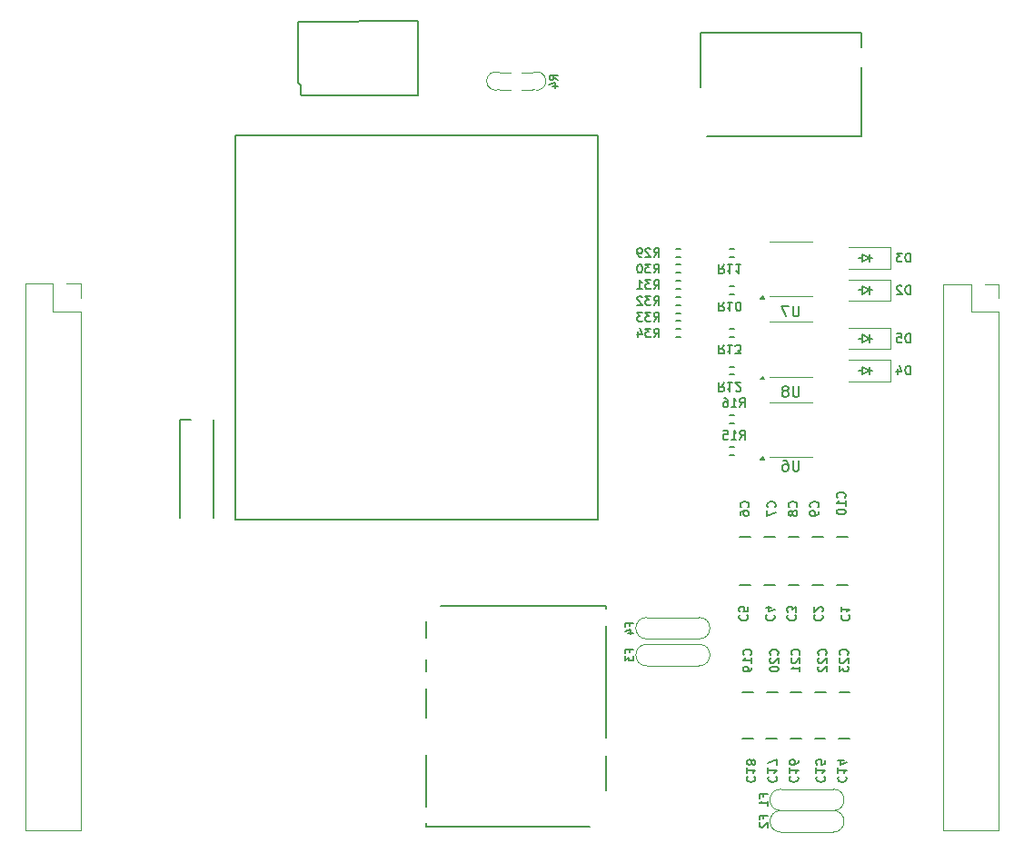
<source format=gbo>
G04 #@! TF.GenerationSoftware,KiCad,Pcbnew,8.0.7-8.0.7-0~ubuntu24.04.1*
G04 #@! TF.CreationDate,2025-01-02T17:27:40+00:00*
G04 #@! TF.ProjectId,stabildaytona,73746162-696c-4646-9179-746f6e612e6b,D*
G04 #@! TF.SameCoordinates,PX2faf080PY9896800*
G04 #@! TF.FileFunction,Legend,Bot*
G04 #@! TF.FilePolarity,Positive*
%FSLAX46Y46*%
G04 Gerber Fmt 4.6, Leading zero omitted, Abs format (unit mm)*
G04 Created by KiCad (PCBNEW 8.0.7-8.0.7-0~ubuntu24.04.1) date 2025-01-02 17:27:40*
%MOMM*%
%LPD*%
G01*
G04 APERTURE LIST*
%ADD10C,0.127000*%
%ADD11C,0.170000*%
%ADD12C,0.150000*%
%ADD13C,0.200000*%
%ADD14C,0.120000*%
%ADD15C,0.099060*%
%ADD16C,0.203200*%
G04 APERTURE END LIST*
D10*
X70946768Y5254000D02*
X70946768Y5508000D01*
X71345911Y5508000D02*
X70583911Y5508000D01*
X70583911Y5508000D02*
X70583911Y5145143D01*
X71345911Y4455714D02*
X71345911Y4891143D01*
X71345911Y4673428D02*
X70583911Y4673428D01*
X70583911Y4673428D02*
X70692768Y4746000D01*
X70692768Y4746000D02*
X70765340Y4818571D01*
X70765340Y4818571D02*
X70801626Y4891143D01*
X51750911Y72127000D02*
X51388054Y72381000D01*
X51750911Y72562429D02*
X50988911Y72562429D01*
X50988911Y72562429D02*
X50988911Y72272143D01*
X50988911Y72272143D02*
X51025197Y72199572D01*
X51025197Y72199572D02*
X51061483Y72163286D01*
X51061483Y72163286D02*
X51134054Y72127000D01*
X51134054Y72127000D02*
X51242911Y72127000D01*
X51242911Y72127000D02*
X51315483Y72163286D01*
X51315483Y72163286D02*
X51351768Y72199572D01*
X51351768Y72199572D02*
X51388054Y72272143D01*
X51388054Y72272143D02*
X51388054Y72562429D01*
X51242911Y71473857D02*
X51750911Y71473857D01*
X50952626Y71655286D02*
X51496911Y71836715D01*
X51496911Y71836715D02*
X51496911Y71365000D01*
X58446768Y21254000D02*
X58446768Y21508000D01*
X58845911Y21508000D02*
X58083911Y21508000D01*
X58083911Y21508000D02*
X58083911Y21145143D01*
X58337911Y20528285D02*
X58845911Y20528285D01*
X58047626Y20709714D02*
X58591911Y20891143D01*
X58591911Y20891143D02*
X58591911Y20419428D01*
X70946768Y3254000D02*
X70946768Y3508000D01*
X71345911Y3508000D02*
X70583911Y3508000D01*
X70583911Y3508000D02*
X70583911Y3145143D01*
X70656483Y2891143D02*
X70620197Y2854857D01*
X70620197Y2854857D02*
X70583911Y2782285D01*
X70583911Y2782285D02*
X70583911Y2600857D01*
X70583911Y2600857D02*
X70620197Y2528285D01*
X70620197Y2528285D02*
X70656483Y2492000D01*
X70656483Y2492000D02*
X70729054Y2455714D01*
X70729054Y2455714D02*
X70801626Y2455714D01*
X70801626Y2455714D02*
X70910483Y2492000D01*
X70910483Y2492000D02*
X71345911Y2927428D01*
X71345911Y2927428D02*
X71345911Y2455714D01*
X58446768Y18754000D02*
X58446768Y19008000D01*
X58845911Y19008000D02*
X58083911Y19008000D01*
X58083911Y19008000D02*
X58083911Y18645143D01*
X58083911Y18427428D02*
X58083911Y17955714D01*
X58083911Y17955714D02*
X58374197Y18209714D01*
X58374197Y18209714D02*
X58374197Y18100857D01*
X58374197Y18100857D02*
X58410483Y18028285D01*
X58410483Y18028285D02*
X58446768Y17992000D01*
X58446768Y17992000D02*
X58519340Y17955714D01*
X58519340Y17955714D02*
X58700768Y17955714D01*
X58700768Y17955714D02*
X58773340Y17992000D01*
X58773340Y17992000D02*
X58809626Y18028285D01*
X58809626Y18028285D02*
X58845911Y18100857D01*
X58845911Y18100857D02*
X58845911Y18318571D01*
X58845911Y18318571D02*
X58809626Y18391143D01*
X58809626Y18391143D02*
X58773340Y18427428D01*
D11*
X67275651Y43890809D02*
X67002318Y43500333D01*
X66807080Y43890809D02*
X66807080Y43070809D01*
X66807080Y43070809D02*
X67119461Y43070809D01*
X67119461Y43070809D02*
X67197556Y43109857D01*
X67197556Y43109857D02*
X67236603Y43148904D01*
X67236603Y43148904D02*
X67275651Y43227000D01*
X67275651Y43227000D02*
X67275651Y43344142D01*
X67275651Y43344142D02*
X67236603Y43422238D01*
X67236603Y43422238D02*
X67197556Y43461285D01*
X67197556Y43461285D02*
X67119461Y43500333D01*
X67119461Y43500333D02*
X66807080Y43500333D01*
X68056603Y43890809D02*
X67588032Y43890809D01*
X67822318Y43890809D02*
X67822318Y43070809D01*
X67822318Y43070809D02*
X67744222Y43187952D01*
X67744222Y43187952D02*
X67666127Y43266047D01*
X67666127Y43266047D02*
X67588032Y43305095D01*
X68368984Y43148904D02*
X68408032Y43109857D01*
X68408032Y43109857D02*
X68486127Y43070809D01*
X68486127Y43070809D02*
X68681365Y43070809D01*
X68681365Y43070809D02*
X68759460Y43109857D01*
X68759460Y43109857D02*
X68798508Y43148904D01*
X68798508Y43148904D02*
X68837555Y43227000D01*
X68837555Y43227000D02*
X68837555Y43305095D01*
X68837555Y43305095D02*
X68798508Y43422238D01*
X68798508Y43422238D02*
X68329936Y43890809D01*
X68329936Y43890809D02*
X68837555Y43890809D01*
X77947285Y7185651D02*
X77908238Y7146603D01*
X77908238Y7146603D02*
X77869190Y7029461D01*
X77869190Y7029461D02*
X77869190Y6951365D01*
X77869190Y6951365D02*
X77908238Y6834222D01*
X77908238Y6834222D02*
X77986333Y6756127D01*
X77986333Y6756127D02*
X78064428Y6717080D01*
X78064428Y6717080D02*
X78220618Y6678032D01*
X78220618Y6678032D02*
X78337761Y6678032D01*
X78337761Y6678032D02*
X78493952Y6717080D01*
X78493952Y6717080D02*
X78572047Y6756127D01*
X78572047Y6756127D02*
X78650142Y6834222D01*
X78650142Y6834222D02*
X78689190Y6951365D01*
X78689190Y6951365D02*
X78689190Y7029461D01*
X78689190Y7029461D02*
X78650142Y7146603D01*
X78650142Y7146603D02*
X78611095Y7185651D01*
X77869190Y7966603D02*
X77869190Y7498032D01*
X77869190Y7732318D02*
X78689190Y7732318D01*
X78689190Y7732318D02*
X78572047Y7654222D01*
X78572047Y7654222D02*
X78493952Y7576127D01*
X78493952Y7576127D02*
X78454904Y7498032D01*
X78415857Y8669460D02*
X77869190Y8669460D01*
X78728238Y8474222D02*
X78142523Y8278984D01*
X78142523Y8278984D02*
X78142523Y8786603D01*
X74262713Y18524349D02*
X74301761Y18563397D01*
X74301761Y18563397D02*
X74340808Y18680539D01*
X74340808Y18680539D02*
X74340808Y18758635D01*
X74340808Y18758635D02*
X74301761Y18875778D01*
X74301761Y18875778D02*
X74223665Y18953873D01*
X74223665Y18953873D02*
X74145570Y18992920D01*
X74145570Y18992920D02*
X73989380Y19031968D01*
X73989380Y19031968D02*
X73872237Y19031968D01*
X73872237Y19031968D02*
X73716046Y18992920D01*
X73716046Y18992920D02*
X73637951Y18953873D01*
X73637951Y18953873D02*
X73559856Y18875778D01*
X73559856Y18875778D02*
X73520808Y18758635D01*
X73520808Y18758635D02*
X73520808Y18680539D01*
X73520808Y18680539D02*
X73559856Y18563397D01*
X73559856Y18563397D02*
X73598903Y18524349D01*
X73598903Y18211968D02*
X73559856Y18172920D01*
X73559856Y18172920D02*
X73520808Y18094825D01*
X73520808Y18094825D02*
X73520808Y17899587D01*
X73520808Y17899587D02*
X73559856Y17821492D01*
X73559856Y17821492D02*
X73598903Y17782444D01*
X73598903Y17782444D02*
X73676999Y17743397D01*
X73676999Y17743397D02*
X73755094Y17743397D01*
X73755094Y17743397D02*
X73872237Y17782444D01*
X73872237Y17782444D02*
X74340808Y18251016D01*
X74340808Y18251016D02*
X74340808Y17743397D01*
X74340808Y16962445D02*
X74340808Y17431016D01*
X74340808Y17196730D02*
X73520808Y17196730D01*
X73520808Y17196730D02*
X73637951Y17274826D01*
X73637951Y17274826D02*
X73716046Y17352921D01*
X73716046Y17352921D02*
X73755094Y17431016D01*
X60724348Y49609192D02*
X60997681Y49999668D01*
X61192919Y49609192D02*
X61192919Y50429192D01*
X61192919Y50429192D02*
X60880538Y50429192D01*
X60880538Y50429192D02*
X60802443Y50390144D01*
X60802443Y50390144D02*
X60763396Y50351097D01*
X60763396Y50351097D02*
X60724348Y50273001D01*
X60724348Y50273001D02*
X60724348Y50155859D01*
X60724348Y50155859D02*
X60763396Y50077763D01*
X60763396Y50077763D02*
X60802443Y50038716D01*
X60802443Y50038716D02*
X60880538Y49999668D01*
X60880538Y49999668D02*
X61192919Y49999668D01*
X60451015Y50429192D02*
X59943396Y50429192D01*
X59943396Y50429192D02*
X60216729Y50116811D01*
X60216729Y50116811D02*
X60099586Y50116811D01*
X60099586Y50116811D02*
X60021491Y50077763D01*
X60021491Y50077763D02*
X59982443Y50038716D01*
X59982443Y50038716D02*
X59943396Y49960620D01*
X59943396Y49960620D02*
X59943396Y49765382D01*
X59943396Y49765382D02*
X59982443Y49687287D01*
X59982443Y49687287D02*
X60021491Y49648239D01*
X60021491Y49648239D02*
X60099586Y49609192D01*
X60099586Y49609192D02*
X60333872Y49609192D01*
X60333872Y49609192D02*
X60411967Y49648239D01*
X60411967Y49648239D02*
X60451015Y49687287D01*
X59670063Y50429192D02*
X59162444Y50429192D01*
X59162444Y50429192D02*
X59435777Y50116811D01*
X59435777Y50116811D02*
X59318634Y50116811D01*
X59318634Y50116811D02*
X59240539Y50077763D01*
X59240539Y50077763D02*
X59201491Y50038716D01*
X59201491Y50038716D02*
X59162444Y49960620D01*
X59162444Y49960620D02*
X59162444Y49765382D01*
X59162444Y49765382D02*
X59201491Y49687287D01*
X59201491Y49687287D02*
X59240539Y49648239D01*
X59240539Y49648239D02*
X59318634Y49609192D01*
X59318634Y49609192D02*
X59552920Y49609192D01*
X59552920Y49609192D02*
X59631015Y49648239D01*
X59631015Y49648239D02*
X59670063Y49687287D01*
X67275651Y51390809D02*
X67002318Y51000333D01*
X66807080Y51390809D02*
X66807080Y50570809D01*
X66807080Y50570809D02*
X67119461Y50570809D01*
X67119461Y50570809D02*
X67197556Y50609857D01*
X67197556Y50609857D02*
X67236603Y50648904D01*
X67236603Y50648904D02*
X67275651Y50727000D01*
X67275651Y50727000D02*
X67275651Y50844142D01*
X67275651Y50844142D02*
X67236603Y50922238D01*
X67236603Y50922238D02*
X67197556Y50961285D01*
X67197556Y50961285D02*
X67119461Y51000333D01*
X67119461Y51000333D02*
X66807080Y51000333D01*
X68056603Y51390809D02*
X67588032Y51390809D01*
X67822318Y51390809D02*
X67822318Y50570809D01*
X67822318Y50570809D02*
X67744222Y50687952D01*
X67744222Y50687952D02*
X67666127Y50766047D01*
X67666127Y50766047D02*
X67588032Y50805095D01*
X68564222Y50570809D02*
X68642317Y50570809D01*
X68642317Y50570809D02*
X68720413Y50609857D01*
X68720413Y50609857D02*
X68759460Y50648904D01*
X68759460Y50648904D02*
X68798508Y50727000D01*
X68798508Y50727000D02*
X68837555Y50883190D01*
X68837555Y50883190D02*
X68837555Y51078428D01*
X68837555Y51078428D02*
X68798508Y51234619D01*
X68798508Y51234619D02*
X68759460Y51312714D01*
X68759460Y51312714D02*
X68720413Y51351761D01*
X68720413Y51351761D02*
X68642317Y51390809D01*
X68642317Y51390809D02*
X68564222Y51390809D01*
X68564222Y51390809D02*
X68486127Y51351761D01*
X68486127Y51351761D02*
X68447079Y51312714D01*
X68447079Y51312714D02*
X68408032Y51234619D01*
X68408032Y51234619D02*
X68368984Y51078428D01*
X68368984Y51078428D02*
X68368984Y50883190D01*
X68368984Y50883190D02*
X68408032Y50727000D01*
X68408032Y50727000D02*
X68447079Y50648904D01*
X68447079Y50648904D02*
X68486127Y50609857D01*
X68486127Y50609857D02*
X68564222Y50570809D01*
X76762713Y18524349D02*
X76801761Y18563397D01*
X76801761Y18563397D02*
X76840808Y18680539D01*
X76840808Y18680539D02*
X76840808Y18758635D01*
X76840808Y18758635D02*
X76801761Y18875778D01*
X76801761Y18875778D02*
X76723665Y18953873D01*
X76723665Y18953873D02*
X76645570Y18992920D01*
X76645570Y18992920D02*
X76489380Y19031968D01*
X76489380Y19031968D02*
X76372237Y19031968D01*
X76372237Y19031968D02*
X76216046Y18992920D01*
X76216046Y18992920D02*
X76137951Y18953873D01*
X76137951Y18953873D02*
X76059856Y18875778D01*
X76059856Y18875778D02*
X76020808Y18758635D01*
X76020808Y18758635D02*
X76020808Y18680539D01*
X76020808Y18680539D02*
X76059856Y18563397D01*
X76059856Y18563397D02*
X76098903Y18524349D01*
X76098903Y18211968D02*
X76059856Y18172920D01*
X76059856Y18172920D02*
X76020808Y18094825D01*
X76020808Y18094825D02*
X76020808Y17899587D01*
X76020808Y17899587D02*
X76059856Y17821492D01*
X76059856Y17821492D02*
X76098903Y17782444D01*
X76098903Y17782444D02*
X76176999Y17743397D01*
X76176999Y17743397D02*
X76255094Y17743397D01*
X76255094Y17743397D02*
X76372237Y17782444D01*
X76372237Y17782444D02*
X76840808Y18251016D01*
X76840808Y18251016D02*
X76840808Y17743397D01*
X76098903Y17431016D02*
X76059856Y17391968D01*
X76059856Y17391968D02*
X76020808Y17313873D01*
X76020808Y17313873D02*
X76020808Y17118635D01*
X76020808Y17118635D02*
X76059856Y17040540D01*
X76059856Y17040540D02*
X76098903Y17001492D01*
X76098903Y17001492D02*
X76176999Y16962445D01*
X76176999Y16962445D02*
X76255094Y16962445D01*
X76255094Y16962445D02*
X76372237Y17001492D01*
X76372237Y17001492D02*
X76840808Y17470064D01*
X76840808Y17470064D02*
X76840808Y16962445D01*
X69512713Y32274349D02*
X69551761Y32313397D01*
X69551761Y32313397D02*
X69590808Y32430539D01*
X69590808Y32430539D02*
X69590808Y32508635D01*
X69590808Y32508635D02*
X69551761Y32625778D01*
X69551761Y32625778D02*
X69473665Y32703873D01*
X69473665Y32703873D02*
X69395570Y32742920D01*
X69395570Y32742920D02*
X69239380Y32781968D01*
X69239380Y32781968D02*
X69122237Y32781968D01*
X69122237Y32781968D02*
X68966046Y32742920D01*
X68966046Y32742920D02*
X68887951Y32703873D01*
X68887951Y32703873D02*
X68809856Y32625778D01*
X68809856Y32625778D02*
X68770808Y32508635D01*
X68770808Y32508635D02*
X68770808Y32430539D01*
X68770808Y32430539D02*
X68809856Y32313397D01*
X68809856Y32313397D02*
X68848903Y32274349D01*
X68770808Y31571492D02*
X68770808Y31727682D01*
X68770808Y31727682D02*
X68809856Y31805778D01*
X68809856Y31805778D02*
X68848903Y31844825D01*
X68848903Y31844825D02*
X68966046Y31922920D01*
X68966046Y31922920D02*
X69122237Y31961968D01*
X69122237Y31961968D02*
X69434618Y31961968D01*
X69434618Y31961968D02*
X69512713Y31922920D01*
X69512713Y31922920D02*
X69551761Y31883873D01*
X69551761Y31883873D02*
X69590808Y31805778D01*
X69590808Y31805778D02*
X69590808Y31649587D01*
X69590808Y31649587D02*
X69551761Y31571492D01*
X69551761Y31571492D02*
X69512713Y31532444D01*
X69512713Y31532444D02*
X69434618Y31493397D01*
X69434618Y31493397D02*
X69239380Y31493397D01*
X69239380Y31493397D02*
X69161284Y31532444D01*
X69161284Y31532444D02*
X69122237Y31571492D01*
X69122237Y31571492D02*
X69083189Y31649587D01*
X69083189Y31649587D02*
X69083189Y31805778D01*
X69083189Y31805778D02*
X69122237Y31883873D01*
X69122237Y31883873D02*
X69161284Y31922920D01*
X69161284Y31922920D02*
X69239380Y31961968D01*
X75947285Y7185651D02*
X75908238Y7146603D01*
X75908238Y7146603D02*
X75869190Y7029461D01*
X75869190Y7029461D02*
X75869190Y6951365D01*
X75869190Y6951365D02*
X75908238Y6834222D01*
X75908238Y6834222D02*
X75986333Y6756127D01*
X75986333Y6756127D02*
X76064428Y6717080D01*
X76064428Y6717080D02*
X76220618Y6678032D01*
X76220618Y6678032D02*
X76337761Y6678032D01*
X76337761Y6678032D02*
X76493952Y6717080D01*
X76493952Y6717080D02*
X76572047Y6756127D01*
X76572047Y6756127D02*
X76650142Y6834222D01*
X76650142Y6834222D02*
X76689190Y6951365D01*
X76689190Y6951365D02*
X76689190Y7029461D01*
X76689190Y7029461D02*
X76650142Y7146603D01*
X76650142Y7146603D02*
X76611095Y7185651D01*
X75869190Y7966603D02*
X75869190Y7498032D01*
X75869190Y7732318D02*
X76689190Y7732318D01*
X76689190Y7732318D02*
X76572047Y7654222D01*
X76572047Y7654222D02*
X76493952Y7576127D01*
X76493952Y7576127D02*
X76454904Y7498032D01*
X76689190Y8708508D02*
X76689190Y8318032D01*
X76689190Y8318032D02*
X76298714Y8278984D01*
X76298714Y8278984D02*
X76337761Y8318032D01*
X76337761Y8318032D02*
X76376809Y8396127D01*
X76376809Y8396127D02*
X76376809Y8591365D01*
X76376809Y8591365D02*
X76337761Y8669460D01*
X76337761Y8669460D02*
X76298714Y8708508D01*
X76298714Y8708508D02*
X76220618Y8747555D01*
X76220618Y8747555D02*
X76025380Y8747555D01*
X76025380Y8747555D02*
X75947285Y8708508D01*
X75947285Y8708508D02*
X75908238Y8669460D01*
X75908238Y8669460D02*
X75869190Y8591365D01*
X75869190Y8591365D02*
X75869190Y8396127D01*
X75869190Y8396127D02*
X75908238Y8318032D01*
X75908238Y8318032D02*
X75947285Y8278984D01*
X72262713Y18524349D02*
X72301761Y18563397D01*
X72301761Y18563397D02*
X72340808Y18680539D01*
X72340808Y18680539D02*
X72340808Y18758635D01*
X72340808Y18758635D02*
X72301761Y18875778D01*
X72301761Y18875778D02*
X72223665Y18953873D01*
X72223665Y18953873D02*
X72145570Y18992920D01*
X72145570Y18992920D02*
X71989380Y19031968D01*
X71989380Y19031968D02*
X71872237Y19031968D01*
X71872237Y19031968D02*
X71716046Y18992920D01*
X71716046Y18992920D02*
X71637951Y18953873D01*
X71637951Y18953873D02*
X71559856Y18875778D01*
X71559856Y18875778D02*
X71520808Y18758635D01*
X71520808Y18758635D02*
X71520808Y18680539D01*
X71520808Y18680539D02*
X71559856Y18563397D01*
X71559856Y18563397D02*
X71598903Y18524349D01*
X71598903Y18211968D02*
X71559856Y18172920D01*
X71559856Y18172920D02*
X71520808Y18094825D01*
X71520808Y18094825D02*
X71520808Y17899587D01*
X71520808Y17899587D02*
X71559856Y17821492D01*
X71559856Y17821492D02*
X71598903Y17782444D01*
X71598903Y17782444D02*
X71676999Y17743397D01*
X71676999Y17743397D02*
X71755094Y17743397D01*
X71755094Y17743397D02*
X71872237Y17782444D01*
X71872237Y17782444D02*
X72340808Y18251016D01*
X72340808Y18251016D02*
X72340808Y17743397D01*
X71520808Y17235778D02*
X71520808Y17157683D01*
X71520808Y17157683D02*
X71559856Y17079587D01*
X71559856Y17079587D02*
X71598903Y17040540D01*
X71598903Y17040540D02*
X71676999Y17001492D01*
X71676999Y17001492D02*
X71833189Y16962445D01*
X71833189Y16962445D02*
X72028427Y16962445D01*
X72028427Y16962445D02*
X72184618Y17001492D01*
X72184618Y17001492D02*
X72262713Y17040540D01*
X72262713Y17040540D02*
X72301761Y17079587D01*
X72301761Y17079587D02*
X72340808Y17157683D01*
X72340808Y17157683D02*
X72340808Y17235778D01*
X72340808Y17235778D02*
X72301761Y17313873D01*
X72301761Y17313873D02*
X72262713Y17352921D01*
X72262713Y17352921D02*
X72184618Y17391968D01*
X72184618Y17391968D02*
X72028427Y17431016D01*
X72028427Y17431016D02*
X71833189Y17431016D01*
X71833189Y17431016D02*
X71676999Y17391968D01*
X71676999Y17391968D02*
X71598903Y17352921D01*
X71598903Y17352921D02*
X71559856Y17313873D01*
X71559856Y17313873D02*
X71520808Y17235778D01*
X78762713Y18524349D02*
X78801761Y18563397D01*
X78801761Y18563397D02*
X78840808Y18680539D01*
X78840808Y18680539D02*
X78840808Y18758635D01*
X78840808Y18758635D02*
X78801761Y18875778D01*
X78801761Y18875778D02*
X78723665Y18953873D01*
X78723665Y18953873D02*
X78645570Y18992920D01*
X78645570Y18992920D02*
X78489380Y19031968D01*
X78489380Y19031968D02*
X78372237Y19031968D01*
X78372237Y19031968D02*
X78216046Y18992920D01*
X78216046Y18992920D02*
X78137951Y18953873D01*
X78137951Y18953873D02*
X78059856Y18875778D01*
X78059856Y18875778D02*
X78020808Y18758635D01*
X78020808Y18758635D02*
X78020808Y18680539D01*
X78020808Y18680539D02*
X78059856Y18563397D01*
X78059856Y18563397D02*
X78098903Y18524349D01*
X78098903Y18211968D02*
X78059856Y18172920D01*
X78059856Y18172920D02*
X78020808Y18094825D01*
X78020808Y18094825D02*
X78020808Y17899587D01*
X78020808Y17899587D02*
X78059856Y17821492D01*
X78059856Y17821492D02*
X78098903Y17782444D01*
X78098903Y17782444D02*
X78176999Y17743397D01*
X78176999Y17743397D02*
X78255094Y17743397D01*
X78255094Y17743397D02*
X78372237Y17782444D01*
X78372237Y17782444D02*
X78840808Y18251016D01*
X78840808Y18251016D02*
X78840808Y17743397D01*
X78020808Y17470064D02*
X78020808Y16962445D01*
X78020808Y16962445D02*
X78333189Y17235778D01*
X78333189Y17235778D02*
X78333189Y17118635D01*
X78333189Y17118635D02*
X78372237Y17040540D01*
X78372237Y17040540D02*
X78411284Y17001492D01*
X78411284Y17001492D02*
X78489380Y16962445D01*
X78489380Y16962445D02*
X78684618Y16962445D01*
X78684618Y16962445D02*
X78762713Y17001492D01*
X78762713Y17001492D02*
X78801761Y17040540D01*
X78801761Y17040540D02*
X78840808Y17118635D01*
X78840808Y17118635D02*
X78840808Y17352921D01*
X78840808Y17352921D02*
X78801761Y17431016D01*
X78801761Y17431016D02*
X78762713Y17470064D01*
D12*
X74261904Y36645181D02*
X74261904Y35835658D01*
X74261904Y35835658D02*
X74214285Y35740420D01*
X74214285Y35740420D02*
X74166666Y35692800D01*
X74166666Y35692800D02*
X74071428Y35645181D01*
X74071428Y35645181D02*
X73880952Y35645181D01*
X73880952Y35645181D02*
X73785714Y35692800D01*
X73785714Y35692800D02*
X73738095Y35740420D01*
X73738095Y35740420D02*
X73690476Y35835658D01*
X73690476Y35835658D02*
X73690476Y36645181D01*
X72785714Y36645181D02*
X72976190Y36645181D01*
X72976190Y36645181D02*
X73071428Y36597562D01*
X73071428Y36597562D02*
X73119047Y36549943D01*
X73119047Y36549943D02*
X73214285Y36407086D01*
X73214285Y36407086D02*
X73261904Y36216610D01*
X73261904Y36216610D02*
X73261904Y35835658D01*
X73261904Y35835658D02*
X73214285Y35740420D01*
X73214285Y35740420D02*
X73166666Y35692800D01*
X73166666Y35692800D02*
X73071428Y35645181D01*
X73071428Y35645181D02*
X72880952Y35645181D01*
X72880952Y35645181D02*
X72785714Y35692800D01*
X72785714Y35692800D02*
X72738095Y35740420D01*
X72738095Y35740420D02*
X72690476Y35835658D01*
X72690476Y35835658D02*
X72690476Y36073753D01*
X72690476Y36073753D02*
X72738095Y36168991D01*
X72738095Y36168991D02*
X72785714Y36216610D01*
X72785714Y36216610D02*
X72880952Y36264229D01*
X72880952Y36264229D02*
X73071428Y36264229D01*
X73071428Y36264229D02*
X73166666Y36216610D01*
X73166666Y36216610D02*
X73214285Y36168991D01*
X73214285Y36168991D02*
X73261904Y36073753D01*
D11*
X60724348Y55609192D02*
X60997681Y55999668D01*
X61192919Y55609192D02*
X61192919Y56429192D01*
X61192919Y56429192D02*
X60880538Y56429192D01*
X60880538Y56429192D02*
X60802443Y56390144D01*
X60802443Y56390144D02*
X60763396Y56351097D01*
X60763396Y56351097D02*
X60724348Y56273001D01*
X60724348Y56273001D02*
X60724348Y56155859D01*
X60724348Y56155859D02*
X60763396Y56077763D01*
X60763396Y56077763D02*
X60802443Y56038716D01*
X60802443Y56038716D02*
X60880538Y55999668D01*
X60880538Y55999668D02*
X61192919Y55999668D01*
X60411967Y56351097D02*
X60372919Y56390144D01*
X60372919Y56390144D02*
X60294824Y56429192D01*
X60294824Y56429192D02*
X60099586Y56429192D01*
X60099586Y56429192D02*
X60021491Y56390144D01*
X60021491Y56390144D02*
X59982443Y56351097D01*
X59982443Y56351097D02*
X59943396Y56273001D01*
X59943396Y56273001D02*
X59943396Y56194906D01*
X59943396Y56194906D02*
X59982443Y56077763D01*
X59982443Y56077763D02*
X60451015Y55609192D01*
X60451015Y55609192D02*
X59943396Y55609192D01*
X59552920Y55609192D02*
X59396729Y55609192D01*
X59396729Y55609192D02*
X59318634Y55648239D01*
X59318634Y55648239D02*
X59279586Y55687287D01*
X59279586Y55687287D02*
X59201491Y55804430D01*
X59201491Y55804430D02*
X59162444Y55960620D01*
X59162444Y55960620D02*
X59162444Y56273001D01*
X59162444Y56273001D02*
X59201491Y56351097D01*
X59201491Y56351097D02*
X59240539Y56390144D01*
X59240539Y56390144D02*
X59318634Y56429192D01*
X59318634Y56429192D02*
X59474825Y56429192D01*
X59474825Y56429192D02*
X59552920Y56390144D01*
X59552920Y56390144D02*
X59591967Y56351097D01*
X59591967Y56351097D02*
X59631015Y56273001D01*
X59631015Y56273001D02*
X59631015Y56077763D01*
X59631015Y56077763D02*
X59591967Y55999668D01*
X59591967Y55999668D02*
X59552920Y55960620D01*
X59552920Y55960620D02*
X59474825Y55921573D01*
X59474825Y55921573D02*
X59318634Y55921573D01*
X59318634Y55921573D02*
X59240539Y55960620D01*
X59240539Y55960620D02*
X59201491Y55999668D01*
X59201491Y55999668D02*
X59162444Y56077763D01*
X84605237Y47629492D02*
X84605237Y48449492D01*
X84605237Y48449492D02*
X84409999Y48449492D01*
X84409999Y48449492D02*
X84292856Y48410444D01*
X84292856Y48410444D02*
X84214761Y48332349D01*
X84214761Y48332349D02*
X84175714Y48254254D01*
X84175714Y48254254D02*
X84136666Y48098063D01*
X84136666Y48098063D02*
X84136666Y47980920D01*
X84136666Y47980920D02*
X84175714Y47824730D01*
X84175714Y47824730D02*
X84214761Y47746635D01*
X84214761Y47746635D02*
X84292856Y47668539D01*
X84292856Y47668539D02*
X84409999Y47629492D01*
X84409999Y47629492D02*
X84605237Y47629492D01*
X83394761Y48449492D02*
X83785237Y48449492D01*
X83785237Y48449492D02*
X83824285Y48059016D01*
X83824285Y48059016D02*
X83785237Y48098063D01*
X83785237Y48098063D02*
X83707142Y48137111D01*
X83707142Y48137111D02*
X83511904Y48137111D01*
X83511904Y48137111D02*
X83433809Y48098063D01*
X83433809Y48098063D02*
X83394761Y48059016D01*
X83394761Y48059016D02*
X83355714Y47980920D01*
X83355714Y47980920D02*
X83355714Y47785682D01*
X83355714Y47785682D02*
X83394761Y47707587D01*
X83394761Y47707587D02*
X83433809Y47668539D01*
X83433809Y47668539D02*
X83511904Y47629492D01*
X83511904Y47629492D02*
X83707142Y47629492D01*
X83707142Y47629492D02*
X83785237Y47668539D01*
X83785237Y47668539D02*
X83824285Y47707587D01*
X71237286Y22225652D02*
X71198239Y22186604D01*
X71198239Y22186604D02*
X71159191Y22069462D01*
X71159191Y22069462D02*
X71159191Y21991366D01*
X71159191Y21991366D02*
X71198239Y21874223D01*
X71198239Y21874223D02*
X71276334Y21796128D01*
X71276334Y21796128D02*
X71354429Y21757081D01*
X71354429Y21757081D02*
X71510619Y21718033D01*
X71510619Y21718033D02*
X71627762Y21718033D01*
X71627762Y21718033D02*
X71783953Y21757081D01*
X71783953Y21757081D02*
X71862048Y21796128D01*
X71862048Y21796128D02*
X71940143Y21874223D01*
X71940143Y21874223D02*
X71979191Y21991366D01*
X71979191Y21991366D02*
X71979191Y22069462D01*
X71979191Y22069462D02*
X71940143Y22186604D01*
X71940143Y22186604D02*
X71901096Y22225652D01*
X71705858Y22928509D02*
X71159191Y22928509D01*
X72018239Y22733271D02*
X71432524Y22538033D01*
X71432524Y22538033D02*
X71432524Y23045652D01*
X69447285Y7185651D02*
X69408238Y7146603D01*
X69408238Y7146603D02*
X69369190Y7029461D01*
X69369190Y7029461D02*
X69369190Y6951365D01*
X69369190Y6951365D02*
X69408238Y6834222D01*
X69408238Y6834222D02*
X69486333Y6756127D01*
X69486333Y6756127D02*
X69564428Y6717080D01*
X69564428Y6717080D02*
X69720618Y6678032D01*
X69720618Y6678032D02*
X69837761Y6678032D01*
X69837761Y6678032D02*
X69993952Y6717080D01*
X69993952Y6717080D02*
X70072047Y6756127D01*
X70072047Y6756127D02*
X70150142Y6834222D01*
X70150142Y6834222D02*
X70189190Y6951365D01*
X70189190Y6951365D02*
X70189190Y7029461D01*
X70189190Y7029461D02*
X70150142Y7146603D01*
X70150142Y7146603D02*
X70111095Y7185651D01*
X69369190Y7966603D02*
X69369190Y7498032D01*
X69369190Y7732318D02*
X70189190Y7732318D01*
X70189190Y7732318D02*
X70072047Y7654222D01*
X70072047Y7654222D02*
X69993952Y7576127D01*
X69993952Y7576127D02*
X69954904Y7498032D01*
X69837761Y8435174D02*
X69876809Y8357079D01*
X69876809Y8357079D02*
X69915857Y8318032D01*
X69915857Y8318032D02*
X69993952Y8278984D01*
X69993952Y8278984D02*
X70032999Y8278984D01*
X70032999Y8278984D02*
X70111095Y8318032D01*
X70111095Y8318032D02*
X70150142Y8357079D01*
X70150142Y8357079D02*
X70189190Y8435174D01*
X70189190Y8435174D02*
X70189190Y8591365D01*
X70189190Y8591365D02*
X70150142Y8669460D01*
X70150142Y8669460D02*
X70111095Y8708508D01*
X70111095Y8708508D02*
X70032999Y8747555D01*
X70032999Y8747555D02*
X69993952Y8747555D01*
X69993952Y8747555D02*
X69915857Y8708508D01*
X69915857Y8708508D02*
X69876809Y8669460D01*
X69876809Y8669460D02*
X69837761Y8591365D01*
X69837761Y8591365D02*
X69837761Y8435174D01*
X69837761Y8435174D02*
X69798714Y8357079D01*
X69798714Y8357079D02*
X69759666Y8318032D01*
X69759666Y8318032D02*
X69681571Y8278984D01*
X69681571Y8278984D02*
X69525380Y8278984D01*
X69525380Y8278984D02*
X69447285Y8318032D01*
X69447285Y8318032D02*
X69408238Y8357079D01*
X69408238Y8357079D02*
X69369190Y8435174D01*
X69369190Y8435174D02*
X69369190Y8591365D01*
X69369190Y8591365D02*
X69408238Y8669460D01*
X69408238Y8669460D02*
X69447285Y8708508D01*
X69447285Y8708508D02*
X69525380Y8747555D01*
X69525380Y8747555D02*
X69681571Y8747555D01*
X69681571Y8747555D02*
X69759666Y8708508D01*
X69759666Y8708508D02*
X69798714Y8669460D01*
X69798714Y8669460D02*
X69837761Y8591365D01*
X60724348Y52609192D02*
X60997681Y52999668D01*
X61192919Y52609192D02*
X61192919Y53429192D01*
X61192919Y53429192D02*
X60880538Y53429192D01*
X60880538Y53429192D02*
X60802443Y53390144D01*
X60802443Y53390144D02*
X60763396Y53351097D01*
X60763396Y53351097D02*
X60724348Y53273001D01*
X60724348Y53273001D02*
X60724348Y53155859D01*
X60724348Y53155859D02*
X60763396Y53077763D01*
X60763396Y53077763D02*
X60802443Y53038716D01*
X60802443Y53038716D02*
X60880538Y52999668D01*
X60880538Y52999668D02*
X61192919Y52999668D01*
X60451015Y53429192D02*
X59943396Y53429192D01*
X59943396Y53429192D02*
X60216729Y53116811D01*
X60216729Y53116811D02*
X60099586Y53116811D01*
X60099586Y53116811D02*
X60021491Y53077763D01*
X60021491Y53077763D02*
X59982443Y53038716D01*
X59982443Y53038716D02*
X59943396Y52960620D01*
X59943396Y52960620D02*
X59943396Y52765382D01*
X59943396Y52765382D02*
X59982443Y52687287D01*
X59982443Y52687287D02*
X60021491Y52648239D01*
X60021491Y52648239D02*
X60099586Y52609192D01*
X60099586Y52609192D02*
X60333872Y52609192D01*
X60333872Y52609192D02*
X60411967Y52648239D01*
X60411967Y52648239D02*
X60451015Y52687287D01*
X59162444Y52609192D02*
X59631015Y52609192D01*
X59396729Y52609192D02*
X59396729Y53429192D01*
X59396729Y53429192D02*
X59474825Y53312049D01*
X59474825Y53312049D02*
X59552920Y53233954D01*
X59552920Y53233954D02*
X59631015Y53194906D01*
X84605237Y44629492D02*
X84605237Y45449492D01*
X84605237Y45449492D02*
X84409999Y45449492D01*
X84409999Y45449492D02*
X84292856Y45410444D01*
X84292856Y45410444D02*
X84214761Y45332349D01*
X84214761Y45332349D02*
X84175714Y45254254D01*
X84175714Y45254254D02*
X84136666Y45098063D01*
X84136666Y45098063D02*
X84136666Y44980920D01*
X84136666Y44980920D02*
X84175714Y44824730D01*
X84175714Y44824730D02*
X84214761Y44746635D01*
X84214761Y44746635D02*
X84292856Y44668539D01*
X84292856Y44668539D02*
X84409999Y44629492D01*
X84409999Y44629492D02*
X84605237Y44629492D01*
X83433809Y45176159D02*
X83433809Y44629492D01*
X83629047Y45488539D02*
X83824285Y44902825D01*
X83824285Y44902825D02*
X83316666Y44902825D01*
X74012713Y32274349D02*
X74051761Y32313397D01*
X74051761Y32313397D02*
X74090808Y32430539D01*
X74090808Y32430539D02*
X74090808Y32508635D01*
X74090808Y32508635D02*
X74051761Y32625778D01*
X74051761Y32625778D02*
X73973665Y32703873D01*
X73973665Y32703873D02*
X73895570Y32742920D01*
X73895570Y32742920D02*
X73739380Y32781968D01*
X73739380Y32781968D02*
X73622237Y32781968D01*
X73622237Y32781968D02*
X73466046Y32742920D01*
X73466046Y32742920D02*
X73387951Y32703873D01*
X73387951Y32703873D02*
X73309856Y32625778D01*
X73309856Y32625778D02*
X73270808Y32508635D01*
X73270808Y32508635D02*
X73270808Y32430539D01*
X73270808Y32430539D02*
X73309856Y32313397D01*
X73309856Y32313397D02*
X73348903Y32274349D01*
X73622237Y31805778D02*
X73583189Y31883873D01*
X73583189Y31883873D02*
X73544141Y31922920D01*
X73544141Y31922920D02*
X73466046Y31961968D01*
X73466046Y31961968D02*
X73426999Y31961968D01*
X73426999Y31961968D02*
X73348903Y31922920D01*
X73348903Y31922920D02*
X73309856Y31883873D01*
X73309856Y31883873D02*
X73270808Y31805778D01*
X73270808Y31805778D02*
X73270808Y31649587D01*
X73270808Y31649587D02*
X73309856Y31571492D01*
X73309856Y31571492D02*
X73348903Y31532444D01*
X73348903Y31532444D02*
X73426999Y31493397D01*
X73426999Y31493397D02*
X73466046Y31493397D01*
X73466046Y31493397D02*
X73544141Y31532444D01*
X73544141Y31532444D02*
X73583189Y31571492D01*
X73583189Y31571492D02*
X73622237Y31649587D01*
X73622237Y31649587D02*
X73622237Y31805778D01*
X73622237Y31805778D02*
X73661284Y31883873D01*
X73661284Y31883873D02*
X73700332Y31922920D01*
X73700332Y31922920D02*
X73778427Y31961968D01*
X73778427Y31961968D02*
X73934618Y31961968D01*
X73934618Y31961968D02*
X74012713Y31922920D01*
X74012713Y31922920D02*
X74051761Y31883873D01*
X74051761Y31883873D02*
X74090808Y31805778D01*
X74090808Y31805778D02*
X74090808Y31649587D01*
X74090808Y31649587D02*
X74051761Y31571492D01*
X74051761Y31571492D02*
X74012713Y31532444D01*
X74012713Y31532444D02*
X73934618Y31493397D01*
X73934618Y31493397D02*
X73778427Y31493397D01*
X73778427Y31493397D02*
X73700332Y31532444D01*
X73700332Y31532444D02*
X73661284Y31571492D01*
X73661284Y31571492D02*
X73622237Y31649587D01*
D12*
X74261904Y51045181D02*
X74261904Y50235658D01*
X74261904Y50235658D02*
X74214285Y50140420D01*
X74214285Y50140420D02*
X74166666Y50092800D01*
X74166666Y50092800D02*
X74071428Y50045181D01*
X74071428Y50045181D02*
X73880952Y50045181D01*
X73880952Y50045181D02*
X73785714Y50092800D01*
X73785714Y50092800D02*
X73738095Y50140420D01*
X73738095Y50140420D02*
X73690476Y50235658D01*
X73690476Y50235658D02*
X73690476Y51045181D01*
X73309523Y51045181D02*
X72642857Y51045181D01*
X72642857Y51045181D02*
X73071428Y50045181D01*
D11*
X76012713Y32274349D02*
X76051761Y32313397D01*
X76051761Y32313397D02*
X76090808Y32430539D01*
X76090808Y32430539D02*
X76090808Y32508635D01*
X76090808Y32508635D02*
X76051761Y32625778D01*
X76051761Y32625778D02*
X75973665Y32703873D01*
X75973665Y32703873D02*
X75895570Y32742920D01*
X75895570Y32742920D02*
X75739380Y32781968D01*
X75739380Y32781968D02*
X75622237Y32781968D01*
X75622237Y32781968D02*
X75466046Y32742920D01*
X75466046Y32742920D02*
X75387951Y32703873D01*
X75387951Y32703873D02*
X75309856Y32625778D01*
X75309856Y32625778D02*
X75270808Y32508635D01*
X75270808Y32508635D02*
X75270808Y32430539D01*
X75270808Y32430539D02*
X75309856Y32313397D01*
X75309856Y32313397D02*
X75348903Y32274349D01*
X76090808Y31883873D02*
X76090808Y31727682D01*
X76090808Y31727682D02*
X76051761Y31649587D01*
X76051761Y31649587D02*
X76012713Y31610539D01*
X76012713Y31610539D02*
X75895570Y31532444D01*
X75895570Y31532444D02*
X75739380Y31493397D01*
X75739380Y31493397D02*
X75426999Y31493397D01*
X75426999Y31493397D02*
X75348903Y31532444D01*
X75348903Y31532444D02*
X75309856Y31571492D01*
X75309856Y31571492D02*
X75270808Y31649587D01*
X75270808Y31649587D02*
X75270808Y31805778D01*
X75270808Y31805778D02*
X75309856Y31883873D01*
X75309856Y31883873D02*
X75348903Y31922920D01*
X75348903Y31922920D02*
X75426999Y31961968D01*
X75426999Y31961968D02*
X75622237Y31961968D01*
X75622237Y31961968D02*
X75700332Y31922920D01*
X75700332Y31922920D02*
X75739380Y31883873D01*
X75739380Y31883873D02*
X75778427Y31805778D01*
X75778427Y31805778D02*
X75778427Y31649587D01*
X75778427Y31649587D02*
X75739380Y31571492D01*
X75739380Y31571492D02*
X75700332Y31532444D01*
X75700332Y31532444D02*
X75622237Y31493397D01*
X60724348Y54109192D02*
X60997681Y54499668D01*
X61192919Y54109192D02*
X61192919Y54929192D01*
X61192919Y54929192D02*
X60880538Y54929192D01*
X60880538Y54929192D02*
X60802443Y54890144D01*
X60802443Y54890144D02*
X60763396Y54851097D01*
X60763396Y54851097D02*
X60724348Y54773001D01*
X60724348Y54773001D02*
X60724348Y54655859D01*
X60724348Y54655859D02*
X60763396Y54577763D01*
X60763396Y54577763D02*
X60802443Y54538716D01*
X60802443Y54538716D02*
X60880538Y54499668D01*
X60880538Y54499668D02*
X61192919Y54499668D01*
X60451015Y54929192D02*
X59943396Y54929192D01*
X59943396Y54929192D02*
X60216729Y54616811D01*
X60216729Y54616811D02*
X60099586Y54616811D01*
X60099586Y54616811D02*
X60021491Y54577763D01*
X60021491Y54577763D02*
X59982443Y54538716D01*
X59982443Y54538716D02*
X59943396Y54460620D01*
X59943396Y54460620D02*
X59943396Y54265382D01*
X59943396Y54265382D02*
X59982443Y54187287D01*
X59982443Y54187287D02*
X60021491Y54148239D01*
X60021491Y54148239D02*
X60099586Y54109192D01*
X60099586Y54109192D02*
X60333872Y54109192D01*
X60333872Y54109192D02*
X60411967Y54148239D01*
X60411967Y54148239D02*
X60451015Y54187287D01*
X59435777Y54929192D02*
X59357682Y54929192D01*
X59357682Y54929192D02*
X59279586Y54890144D01*
X59279586Y54890144D02*
X59240539Y54851097D01*
X59240539Y54851097D02*
X59201491Y54773001D01*
X59201491Y54773001D02*
X59162444Y54616811D01*
X59162444Y54616811D02*
X59162444Y54421573D01*
X59162444Y54421573D02*
X59201491Y54265382D01*
X59201491Y54265382D02*
X59240539Y54187287D01*
X59240539Y54187287D02*
X59279586Y54148239D01*
X59279586Y54148239D02*
X59357682Y54109192D01*
X59357682Y54109192D02*
X59435777Y54109192D01*
X59435777Y54109192D02*
X59513872Y54148239D01*
X59513872Y54148239D02*
X59552920Y54187287D01*
X59552920Y54187287D02*
X59591967Y54265382D01*
X59591967Y54265382D02*
X59631015Y54421573D01*
X59631015Y54421573D02*
X59631015Y54616811D01*
X59631015Y54616811D02*
X59591967Y54773001D01*
X59591967Y54773001D02*
X59552920Y54851097D01*
X59552920Y54851097D02*
X59513872Y54890144D01*
X59513872Y54890144D02*
X59435777Y54929192D01*
X68724348Y38609192D02*
X68997681Y38999668D01*
X69192919Y38609192D02*
X69192919Y39429192D01*
X69192919Y39429192D02*
X68880538Y39429192D01*
X68880538Y39429192D02*
X68802443Y39390144D01*
X68802443Y39390144D02*
X68763396Y39351097D01*
X68763396Y39351097D02*
X68724348Y39273001D01*
X68724348Y39273001D02*
X68724348Y39155859D01*
X68724348Y39155859D02*
X68763396Y39077763D01*
X68763396Y39077763D02*
X68802443Y39038716D01*
X68802443Y39038716D02*
X68880538Y38999668D01*
X68880538Y38999668D02*
X69192919Y38999668D01*
X67943396Y38609192D02*
X68411967Y38609192D01*
X68177681Y38609192D02*
X68177681Y39429192D01*
X68177681Y39429192D02*
X68255777Y39312049D01*
X68255777Y39312049D02*
X68333872Y39233954D01*
X68333872Y39233954D02*
X68411967Y39194906D01*
X67201491Y39429192D02*
X67591967Y39429192D01*
X67591967Y39429192D02*
X67631015Y39038716D01*
X67631015Y39038716D02*
X67591967Y39077763D01*
X67591967Y39077763D02*
X67513872Y39116811D01*
X67513872Y39116811D02*
X67318634Y39116811D01*
X67318634Y39116811D02*
X67240539Y39077763D01*
X67240539Y39077763D02*
X67201491Y39038716D01*
X67201491Y39038716D02*
X67162444Y38960620D01*
X67162444Y38960620D02*
X67162444Y38765382D01*
X67162444Y38765382D02*
X67201491Y38687287D01*
X67201491Y38687287D02*
X67240539Y38648239D01*
X67240539Y38648239D02*
X67318634Y38609192D01*
X67318634Y38609192D02*
X67513872Y38609192D01*
X67513872Y38609192D02*
X67591967Y38648239D01*
X67591967Y38648239D02*
X67631015Y38687287D01*
X67275651Y54890809D02*
X67002318Y54500333D01*
X66807080Y54890809D02*
X66807080Y54070809D01*
X66807080Y54070809D02*
X67119461Y54070809D01*
X67119461Y54070809D02*
X67197556Y54109857D01*
X67197556Y54109857D02*
X67236603Y54148904D01*
X67236603Y54148904D02*
X67275651Y54227000D01*
X67275651Y54227000D02*
X67275651Y54344142D01*
X67275651Y54344142D02*
X67236603Y54422238D01*
X67236603Y54422238D02*
X67197556Y54461285D01*
X67197556Y54461285D02*
X67119461Y54500333D01*
X67119461Y54500333D02*
X66807080Y54500333D01*
X68056603Y54890809D02*
X67588032Y54890809D01*
X67822318Y54890809D02*
X67822318Y54070809D01*
X67822318Y54070809D02*
X67744222Y54187952D01*
X67744222Y54187952D02*
X67666127Y54266047D01*
X67666127Y54266047D02*
X67588032Y54305095D01*
X68837555Y54890809D02*
X68368984Y54890809D01*
X68603270Y54890809D02*
X68603270Y54070809D01*
X68603270Y54070809D02*
X68525174Y54187952D01*
X68525174Y54187952D02*
X68447079Y54266047D01*
X68447079Y54266047D02*
X68368984Y54305095D01*
X72012713Y32274349D02*
X72051761Y32313397D01*
X72051761Y32313397D02*
X72090808Y32430539D01*
X72090808Y32430539D02*
X72090808Y32508635D01*
X72090808Y32508635D02*
X72051761Y32625778D01*
X72051761Y32625778D02*
X71973665Y32703873D01*
X71973665Y32703873D02*
X71895570Y32742920D01*
X71895570Y32742920D02*
X71739380Y32781968D01*
X71739380Y32781968D02*
X71622237Y32781968D01*
X71622237Y32781968D02*
X71466046Y32742920D01*
X71466046Y32742920D02*
X71387951Y32703873D01*
X71387951Y32703873D02*
X71309856Y32625778D01*
X71309856Y32625778D02*
X71270808Y32508635D01*
X71270808Y32508635D02*
X71270808Y32430539D01*
X71270808Y32430539D02*
X71309856Y32313397D01*
X71309856Y32313397D02*
X71348903Y32274349D01*
X71270808Y32001016D02*
X71270808Y31454349D01*
X71270808Y31454349D02*
X72090808Y31805778D01*
X60724348Y48109192D02*
X60997681Y48499668D01*
X61192919Y48109192D02*
X61192919Y48929192D01*
X61192919Y48929192D02*
X60880538Y48929192D01*
X60880538Y48929192D02*
X60802443Y48890144D01*
X60802443Y48890144D02*
X60763396Y48851097D01*
X60763396Y48851097D02*
X60724348Y48773001D01*
X60724348Y48773001D02*
X60724348Y48655859D01*
X60724348Y48655859D02*
X60763396Y48577763D01*
X60763396Y48577763D02*
X60802443Y48538716D01*
X60802443Y48538716D02*
X60880538Y48499668D01*
X60880538Y48499668D02*
X61192919Y48499668D01*
X60451015Y48929192D02*
X59943396Y48929192D01*
X59943396Y48929192D02*
X60216729Y48616811D01*
X60216729Y48616811D02*
X60099586Y48616811D01*
X60099586Y48616811D02*
X60021491Y48577763D01*
X60021491Y48577763D02*
X59982443Y48538716D01*
X59982443Y48538716D02*
X59943396Y48460620D01*
X59943396Y48460620D02*
X59943396Y48265382D01*
X59943396Y48265382D02*
X59982443Y48187287D01*
X59982443Y48187287D02*
X60021491Y48148239D01*
X60021491Y48148239D02*
X60099586Y48109192D01*
X60099586Y48109192D02*
X60333872Y48109192D01*
X60333872Y48109192D02*
X60411967Y48148239D01*
X60411967Y48148239D02*
X60451015Y48187287D01*
X59240539Y48655859D02*
X59240539Y48109192D01*
X59435777Y48968239D02*
X59631015Y48382525D01*
X59631015Y48382525D02*
X59123396Y48382525D01*
X68737286Y22225652D02*
X68698239Y22186604D01*
X68698239Y22186604D02*
X68659191Y22069462D01*
X68659191Y22069462D02*
X68659191Y21991366D01*
X68659191Y21991366D02*
X68698239Y21874223D01*
X68698239Y21874223D02*
X68776334Y21796128D01*
X68776334Y21796128D02*
X68854429Y21757081D01*
X68854429Y21757081D02*
X69010619Y21718033D01*
X69010619Y21718033D02*
X69127762Y21718033D01*
X69127762Y21718033D02*
X69283953Y21757081D01*
X69283953Y21757081D02*
X69362048Y21796128D01*
X69362048Y21796128D02*
X69440143Y21874223D01*
X69440143Y21874223D02*
X69479191Y21991366D01*
X69479191Y21991366D02*
X69479191Y22069462D01*
X69479191Y22069462D02*
X69440143Y22186604D01*
X69440143Y22186604D02*
X69401096Y22225652D01*
X69479191Y22967557D02*
X69479191Y22577081D01*
X69479191Y22577081D02*
X69088715Y22538033D01*
X69088715Y22538033D02*
X69127762Y22577081D01*
X69127762Y22577081D02*
X69166810Y22655176D01*
X69166810Y22655176D02*
X69166810Y22850414D01*
X69166810Y22850414D02*
X69127762Y22928509D01*
X69127762Y22928509D02*
X69088715Y22967557D01*
X69088715Y22967557D02*
X69010619Y23006604D01*
X69010619Y23006604D02*
X68815381Y23006604D01*
X68815381Y23006604D02*
X68737286Y22967557D01*
X68737286Y22967557D02*
X68698239Y22928509D01*
X68698239Y22928509D02*
X68659191Y22850414D01*
X68659191Y22850414D02*
X68659191Y22655176D01*
X68659191Y22655176D02*
X68698239Y22577081D01*
X68698239Y22577081D02*
X68737286Y22538033D01*
X68724348Y41609192D02*
X68997681Y41999668D01*
X69192919Y41609192D02*
X69192919Y42429192D01*
X69192919Y42429192D02*
X68880538Y42429192D01*
X68880538Y42429192D02*
X68802443Y42390144D01*
X68802443Y42390144D02*
X68763396Y42351097D01*
X68763396Y42351097D02*
X68724348Y42273001D01*
X68724348Y42273001D02*
X68724348Y42155859D01*
X68724348Y42155859D02*
X68763396Y42077763D01*
X68763396Y42077763D02*
X68802443Y42038716D01*
X68802443Y42038716D02*
X68880538Y41999668D01*
X68880538Y41999668D02*
X69192919Y41999668D01*
X67943396Y41609192D02*
X68411967Y41609192D01*
X68177681Y41609192D02*
X68177681Y42429192D01*
X68177681Y42429192D02*
X68255777Y42312049D01*
X68255777Y42312049D02*
X68333872Y42233954D01*
X68333872Y42233954D02*
X68411967Y42194906D01*
X67240539Y42429192D02*
X67396729Y42429192D01*
X67396729Y42429192D02*
X67474825Y42390144D01*
X67474825Y42390144D02*
X67513872Y42351097D01*
X67513872Y42351097D02*
X67591967Y42233954D01*
X67591967Y42233954D02*
X67631015Y42077763D01*
X67631015Y42077763D02*
X67631015Y41765382D01*
X67631015Y41765382D02*
X67591967Y41687287D01*
X67591967Y41687287D02*
X67552920Y41648239D01*
X67552920Y41648239D02*
X67474825Y41609192D01*
X67474825Y41609192D02*
X67318634Y41609192D01*
X67318634Y41609192D02*
X67240539Y41648239D01*
X67240539Y41648239D02*
X67201491Y41687287D01*
X67201491Y41687287D02*
X67162444Y41765382D01*
X67162444Y41765382D02*
X67162444Y41960620D01*
X67162444Y41960620D02*
X67201491Y42038716D01*
X67201491Y42038716D02*
X67240539Y42077763D01*
X67240539Y42077763D02*
X67318634Y42116811D01*
X67318634Y42116811D02*
X67474825Y42116811D01*
X67474825Y42116811D02*
X67552920Y42077763D01*
X67552920Y42077763D02*
X67591967Y42038716D01*
X67591967Y42038716D02*
X67631015Y41960620D01*
X60724348Y51109192D02*
X60997681Y51499668D01*
X61192919Y51109192D02*
X61192919Y51929192D01*
X61192919Y51929192D02*
X60880538Y51929192D01*
X60880538Y51929192D02*
X60802443Y51890144D01*
X60802443Y51890144D02*
X60763396Y51851097D01*
X60763396Y51851097D02*
X60724348Y51773001D01*
X60724348Y51773001D02*
X60724348Y51655859D01*
X60724348Y51655859D02*
X60763396Y51577763D01*
X60763396Y51577763D02*
X60802443Y51538716D01*
X60802443Y51538716D02*
X60880538Y51499668D01*
X60880538Y51499668D02*
X61192919Y51499668D01*
X60451015Y51929192D02*
X59943396Y51929192D01*
X59943396Y51929192D02*
X60216729Y51616811D01*
X60216729Y51616811D02*
X60099586Y51616811D01*
X60099586Y51616811D02*
X60021491Y51577763D01*
X60021491Y51577763D02*
X59982443Y51538716D01*
X59982443Y51538716D02*
X59943396Y51460620D01*
X59943396Y51460620D02*
X59943396Y51265382D01*
X59943396Y51265382D02*
X59982443Y51187287D01*
X59982443Y51187287D02*
X60021491Y51148239D01*
X60021491Y51148239D02*
X60099586Y51109192D01*
X60099586Y51109192D02*
X60333872Y51109192D01*
X60333872Y51109192D02*
X60411967Y51148239D01*
X60411967Y51148239D02*
X60451015Y51187287D01*
X59631015Y51851097D02*
X59591967Y51890144D01*
X59591967Y51890144D02*
X59513872Y51929192D01*
X59513872Y51929192D02*
X59318634Y51929192D01*
X59318634Y51929192D02*
X59240539Y51890144D01*
X59240539Y51890144D02*
X59201491Y51851097D01*
X59201491Y51851097D02*
X59162444Y51773001D01*
X59162444Y51773001D02*
X59162444Y51694906D01*
X59162444Y51694906D02*
X59201491Y51577763D01*
X59201491Y51577763D02*
X59670063Y51109192D01*
X59670063Y51109192D02*
X59162444Y51109192D01*
X71447285Y7185651D02*
X71408238Y7146603D01*
X71408238Y7146603D02*
X71369190Y7029461D01*
X71369190Y7029461D02*
X71369190Y6951365D01*
X71369190Y6951365D02*
X71408238Y6834222D01*
X71408238Y6834222D02*
X71486333Y6756127D01*
X71486333Y6756127D02*
X71564428Y6717080D01*
X71564428Y6717080D02*
X71720618Y6678032D01*
X71720618Y6678032D02*
X71837761Y6678032D01*
X71837761Y6678032D02*
X71993952Y6717080D01*
X71993952Y6717080D02*
X72072047Y6756127D01*
X72072047Y6756127D02*
X72150142Y6834222D01*
X72150142Y6834222D02*
X72189190Y6951365D01*
X72189190Y6951365D02*
X72189190Y7029461D01*
X72189190Y7029461D02*
X72150142Y7146603D01*
X72150142Y7146603D02*
X72111095Y7185651D01*
X71369190Y7966603D02*
X71369190Y7498032D01*
X71369190Y7732318D02*
X72189190Y7732318D01*
X72189190Y7732318D02*
X72072047Y7654222D01*
X72072047Y7654222D02*
X71993952Y7576127D01*
X71993952Y7576127D02*
X71954904Y7498032D01*
X72189190Y8239936D02*
X72189190Y8786603D01*
X72189190Y8786603D02*
X71369190Y8435174D01*
X84605237Y52129492D02*
X84605237Y52949492D01*
X84605237Y52949492D02*
X84409999Y52949492D01*
X84409999Y52949492D02*
X84292856Y52910444D01*
X84292856Y52910444D02*
X84214761Y52832349D01*
X84214761Y52832349D02*
X84175714Y52754254D01*
X84175714Y52754254D02*
X84136666Y52598063D01*
X84136666Y52598063D02*
X84136666Y52480920D01*
X84136666Y52480920D02*
X84175714Y52324730D01*
X84175714Y52324730D02*
X84214761Y52246635D01*
X84214761Y52246635D02*
X84292856Y52168539D01*
X84292856Y52168539D02*
X84409999Y52129492D01*
X84409999Y52129492D02*
X84605237Y52129492D01*
X83824285Y52871397D02*
X83785237Y52910444D01*
X83785237Y52910444D02*
X83707142Y52949492D01*
X83707142Y52949492D02*
X83511904Y52949492D01*
X83511904Y52949492D02*
X83433809Y52910444D01*
X83433809Y52910444D02*
X83394761Y52871397D01*
X83394761Y52871397D02*
X83355714Y52793301D01*
X83355714Y52793301D02*
X83355714Y52715206D01*
X83355714Y52715206D02*
X83394761Y52598063D01*
X83394761Y52598063D02*
X83863333Y52129492D01*
X83863333Y52129492D02*
X83355714Y52129492D01*
X75737286Y22225652D02*
X75698239Y22186604D01*
X75698239Y22186604D02*
X75659191Y22069462D01*
X75659191Y22069462D02*
X75659191Y21991366D01*
X75659191Y21991366D02*
X75698239Y21874223D01*
X75698239Y21874223D02*
X75776334Y21796128D01*
X75776334Y21796128D02*
X75854429Y21757081D01*
X75854429Y21757081D02*
X76010619Y21718033D01*
X76010619Y21718033D02*
X76127762Y21718033D01*
X76127762Y21718033D02*
X76283953Y21757081D01*
X76283953Y21757081D02*
X76362048Y21796128D01*
X76362048Y21796128D02*
X76440143Y21874223D01*
X76440143Y21874223D02*
X76479191Y21991366D01*
X76479191Y21991366D02*
X76479191Y22069462D01*
X76479191Y22069462D02*
X76440143Y22186604D01*
X76440143Y22186604D02*
X76401096Y22225652D01*
X76401096Y22538033D02*
X76440143Y22577081D01*
X76440143Y22577081D02*
X76479191Y22655176D01*
X76479191Y22655176D02*
X76479191Y22850414D01*
X76479191Y22850414D02*
X76440143Y22928509D01*
X76440143Y22928509D02*
X76401096Y22967557D01*
X76401096Y22967557D02*
X76323000Y23006604D01*
X76323000Y23006604D02*
X76244905Y23006604D01*
X76244905Y23006604D02*
X76127762Y22967557D01*
X76127762Y22967557D02*
X75659191Y22498985D01*
X75659191Y22498985D02*
X75659191Y23006604D01*
X78512713Y33184349D02*
X78551761Y33223397D01*
X78551761Y33223397D02*
X78590808Y33340539D01*
X78590808Y33340539D02*
X78590808Y33418635D01*
X78590808Y33418635D02*
X78551761Y33535778D01*
X78551761Y33535778D02*
X78473665Y33613873D01*
X78473665Y33613873D02*
X78395570Y33652920D01*
X78395570Y33652920D02*
X78239380Y33691968D01*
X78239380Y33691968D02*
X78122237Y33691968D01*
X78122237Y33691968D02*
X77966046Y33652920D01*
X77966046Y33652920D02*
X77887951Y33613873D01*
X77887951Y33613873D02*
X77809856Y33535778D01*
X77809856Y33535778D02*
X77770808Y33418635D01*
X77770808Y33418635D02*
X77770808Y33340539D01*
X77770808Y33340539D02*
X77809856Y33223397D01*
X77809856Y33223397D02*
X77848903Y33184349D01*
X78590808Y32403397D02*
X78590808Y32871968D01*
X78590808Y32637682D02*
X77770808Y32637682D01*
X77770808Y32637682D02*
X77887951Y32715778D01*
X77887951Y32715778D02*
X77966046Y32793873D01*
X77966046Y32793873D02*
X78005094Y32871968D01*
X77770808Y31895778D02*
X77770808Y31817683D01*
X77770808Y31817683D02*
X77809856Y31739587D01*
X77809856Y31739587D02*
X77848903Y31700540D01*
X77848903Y31700540D02*
X77926999Y31661492D01*
X77926999Y31661492D02*
X78083189Y31622445D01*
X78083189Y31622445D02*
X78278427Y31622445D01*
X78278427Y31622445D02*
X78434618Y31661492D01*
X78434618Y31661492D02*
X78512713Y31700540D01*
X78512713Y31700540D02*
X78551761Y31739587D01*
X78551761Y31739587D02*
X78590808Y31817683D01*
X78590808Y31817683D02*
X78590808Y31895778D01*
X78590808Y31895778D02*
X78551761Y31973873D01*
X78551761Y31973873D02*
X78512713Y32012921D01*
X78512713Y32012921D02*
X78434618Y32051968D01*
X78434618Y32051968D02*
X78278427Y32091016D01*
X78278427Y32091016D02*
X78083189Y32091016D01*
X78083189Y32091016D02*
X77926999Y32051968D01*
X77926999Y32051968D02*
X77848903Y32012921D01*
X77848903Y32012921D02*
X77809856Y31973873D01*
X77809856Y31973873D02*
X77770808Y31895778D01*
D12*
X74261904Y43545181D02*
X74261904Y42735658D01*
X74261904Y42735658D02*
X74214285Y42640420D01*
X74214285Y42640420D02*
X74166666Y42592800D01*
X74166666Y42592800D02*
X74071428Y42545181D01*
X74071428Y42545181D02*
X73880952Y42545181D01*
X73880952Y42545181D02*
X73785714Y42592800D01*
X73785714Y42592800D02*
X73738095Y42640420D01*
X73738095Y42640420D02*
X73690476Y42735658D01*
X73690476Y42735658D02*
X73690476Y43545181D01*
X73071428Y43116610D02*
X73166666Y43164229D01*
X73166666Y43164229D02*
X73214285Y43211848D01*
X73214285Y43211848D02*
X73261904Y43307086D01*
X73261904Y43307086D02*
X73261904Y43354705D01*
X73261904Y43354705D02*
X73214285Y43449943D01*
X73214285Y43449943D02*
X73166666Y43497562D01*
X73166666Y43497562D02*
X73071428Y43545181D01*
X73071428Y43545181D02*
X72880952Y43545181D01*
X72880952Y43545181D02*
X72785714Y43497562D01*
X72785714Y43497562D02*
X72738095Y43449943D01*
X72738095Y43449943D02*
X72690476Y43354705D01*
X72690476Y43354705D02*
X72690476Y43307086D01*
X72690476Y43307086D02*
X72738095Y43211848D01*
X72738095Y43211848D02*
X72785714Y43164229D01*
X72785714Y43164229D02*
X72880952Y43116610D01*
X72880952Y43116610D02*
X73071428Y43116610D01*
X73071428Y43116610D02*
X73166666Y43068991D01*
X73166666Y43068991D02*
X73214285Y43021372D01*
X73214285Y43021372D02*
X73261904Y42926134D01*
X73261904Y42926134D02*
X73261904Y42735658D01*
X73261904Y42735658D02*
X73214285Y42640420D01*
X73214285Y42640420D02*
X73166666Y42592800D01*
X73166666Y42592800D02*
X73071428Y42545181D01*
X73071428Y42545181D02*
X72880952Y42545181D01*
X72880952Y42545181D02*
X72785714Y42592800D01*
X72785714Y42592800D02*
X72738095Y42640420D01*
X72738095Y42640420D02*
X72690476Y42735658D01*
X72690476Y42735658D02*
X72690476Y42926134D01*
X72690476Y42926134D02*
X72738095Y43021372D01*
X72738095Y43021372D02*
X72785714Y43068991D01*
X72785714Y43068991D02*
X72880952Y43116610D01*
D11*
X69762713Y18524349D02*
X69801761Y18563397D01*
X69801761Y18563397D02*
X69840808Y18680539D01*
X69840808Y18680539D02*
X69840808Y18758635D01*
X69840808Y18758635D02*
X69801761Y18875778D01*
X69801761Y18875778D02*
X69723665Y18953873D01*
X69723665Y18953873D02*
X69645570Y18992920D01*
X69645570Y18992920D02*
X69489380Y19031968D01*
X69489380Y19031968D02*
X69372237Y19031968D01*
X69372237Y19031968D02*
X69216046Y18992920D01*
X69216046Y18992920D02*
X69137951Y18953873D01*
X69137951Y18953873D02*
X69059856Y18875778D01*
X69059856Y18875778D02*
X69020808Y18758635D01*
X69020808Y18758635D02*
X69020808Y18680539D01*
X69020808Y18680539D02*
X69059856Y18563397D01*
X69059856Y18563397D02*
X69098903Y18524349D01*
X69840808Y17743397D02*
X69840808Y18211968D01*
X69840808Y17977682D02*
X69020808Y17977682D01*
X69020808Y17977682D02*
X69137951Y18055778D01*
X69137951Y18055778D02*
X69216046Y18133873D01*
X69216046Y18133873D02*
X69255094Y18211968D01*
X69840808Y17352921D02*
X69840808Y17196730D01*
X69840808Y17196730D02*
X69801761Y17118635D01*
X69801761Y17118635D02*
X69762713Y17079587D01*
X69762713Y17079587D02*
X69645570Y17001492D01*
X69645570Y17001492D02*
X69489380Y16962445D01*
X69489380Y16962445D02*
X69176999Y16962445D01*
X69176999Y16962445D02*
X69098903Y17001492D01*
X69098903Y17001492D02*
X69059856Y17040540D01*
X69059856Y17040540D02*
X69020808Y17118635D01*
X69020808Y17118635D02*
X69020808Y17274826D01*
X69020808Y17274826D02*
X69059856Y17352921D01*
X69059856Y17352921D02*
X69098903Y17391968D01*
X69098903Y17391968D02*
X69176999Y17431016D01*
X69176999Y17431016D02*
X69372237Y17431016D01*
X69372237Y17431016D02*
X69450332Y17391968D01*
X69450332Y17391968D02*
X69489380Y17352921D01*
X69489380Y17352921D02*
X69528427Y17274826D01*
X69528427Y17274826D02*
X69528427Y17118635D01*
X69528427Y17118635D02*
X69489380Y17040540D01*
X69489380Y17040540D02*
X69450332Y17001492D01*
X69450332Y17001492D02*
X69372237Y16962445D01*
X73447285Y7185651D02*
X73408238Y7146603D01*
X73408238Y7146603D02*
X73369190Y7029461D01*
X73369190Y7029461D02*
X73369190Y6951365D01*
X73369190Y6951365D02*
X73408238Y6834222D01*
X73408238Y6834222D02*
X73486333Y6756127D01*
X73486333Y6756127D02*
X73564428Y6717080D01*
X73564428Y6717080D02*
X73720618Y6678032D01*
X73720618Y6678032D02*
X73837761Y6678032D01*
X73837761Y6678032D02*
X73993952Y6717080D01*
X73993952Y6717080D02*
X74072047Y6756127D01*
X74072047Y6756127D02*
X74150142Y6834222D01*
X74150142Y6834222D02*
X74189190Y6951365D01*
X74189190Y6951365D02*
X74189190Y7029461D01*
X74189190Y7029461D02*
X74150142Y7146603D01*
X74150142Y7146603D02*
X74111095Y7185651D01*
X73369190Y7966603D02*
X73369190Y7498032D01*
X73369190Y7732318D02*
X74189190Y7732318D01*
X74189190Y7732318D02*
X74072047Y7654222D01*
X74072047Y7654222D02*
X73993952Y7576127D01*
X73993952Y7576127D02*
X73954904Y7498032D01*
X74189190Y8669460D02*
X74189190Y8513270D01*
X74189190Y8513270D02*
X74150142Y8435174D01*
X74150142Y8435174D02*
X74111095Y8396127D01*
X74111095Y8396127D02*
X73993952Y8318032D01*
X73993952Y8318032D02*
X73837761Y8278984D01*
X73837761Y8278984D02*
X73525380Y8278984D01*
X73525380Y8278984D02*
X73447285Y8318032D01*
X73447285Y8318032D02*
X73408238Y8357079D01*
X73408238Y8357079D02*
X73369190Y8435174D01*
X73369190Y8435174D02*
X73369190Y8591365D01*
X73369190Y8591365D02*
X73408238Y8669460D01*
X73408238Y8669460D02*
X73447285Y8708508D01*
X73447285Y8708508D02*
X73525380Y8747555D01*
X73525380Y8747555D02*
X73720618Y8747555D01*
X73720618Y8747555D02*
X73798714Y8708508D01*
X73798714Y8708508D02*
X73837761Y8669460D01*
X73837761Y8669460D02*
X73876809Y8591365D01*
X73876809Y8591365D02*
X73876809Y8435174D01*
X73876809Y8435174D02*
X73837761Y8357079D01*
X73837761Y8357079D02*
X73798714Y8318032D01*
X73798714Y8318032D02*
X73720618Y8278984D01*
X84605237Y55129492D02*
X84605237Y55949492D01*
X84605237Y55949492D02*
X84409999Y55949492D01*
X84409999Y55949492D02*
X84292856Y55910444D01*
X84292856Y55910444D02*
X84214761Y55832349D01*
X84214761Y55832349D02*
X84175714Y55754254D01*
X84175714Y55754254D02*
X84136666Y55598063D01*
X84136666Y55598063D02*
X84136666Y55480920D01*
X84136666Y55480920D02*
X84175714Y55324730D01*
X84175714Y55324730D02*
X84214761Y55246635D01*
X84214761Y55246635D02*
X84292856Y55168539D01*
X84292856Y55168539D02*
X84409999Y55129492D01*
X84409999Y55129492D02*
X84605237Y55129492D01*
X83863333Y55949492D02*
X83355714Y55949492D01*
X83355714Y55949492D02*
X83629047Y55637111D01*
X83629047Y55637111D02*
X83511904Y55637111D01*
X83511904Y55637111D02*
X83433809Y55598063D01*
X83433809Y55598063D02*
X83394761Y55559016D01*
X83394761Y55559016D02*
X83355714Y55480920D01*
X83355714Y55480920D02*
X83355714Y55285682D01*
X83355714Y55285682D02*
X83394761Y55207587D01*
X83394761Y55207587D02*
X83433809Y55168539D01*
X83433809Y55168539D02*
X83511904Y55129492D01*
X83511904Y55129492D02*
X83746190Y55129492D01*
X83746190Y55129492D02*
X83824285Y55168539D01*
X83824285Y55168539D02*
X83863333Y55207587D01*
X73237286Y22225652D02*
X73198239Y22186604D01*
X73198239Y22186604D02*
X73159191Y22069462D01*
X73159191Y22069462D02*
X73159191Y21991366D01*
X73159191Y21991366D02*
X73198239Y21874223D01*
X73198239Y21874223D02*
X73276334Y21796128D01*
X73276334Y21796128D02*
X73354429Y21757081D01*
X73354429Y21757081D02*
X73510619Y21718033D01*
X73510619Y21718033D02*
X73627762Y21718033D01*
X73627762Y21718033D02*
X73783953Y21757081D01*
X73783953Y21757081D02*
X73862048Y21796128D01*
X73862048Y21796128D02*
X73940143Y21874223D01*
X73940143Y21874223D02*
X73979191Y21991366D01*
X73979191Y21991366D02*
X73979191Y22069462D01*
X73979191Y22069462D02*
X73940143Y22186604D01*
X73940143Y22186604D02*
X73901096Y22225652D01*
X73979191Y22498985D02*
X73979191Y23006604D01*
X73979191Y23006604D02*
X73666810Y22733271D01*
X73666810Y22733271D02*
X73666810Y22850414D01*
X73666810Y22850414D02*
X73627762Y22928509D01*
X73627762Y22928509D02*
X73588715Y22967557D01*
X73588715Y22967557D02*
X73510619Y23006604D01*
X73510619Y23006604D02*
X73315381Y23006604D01*
X73315381Y23006604D02*
X73237286Y22967557D01*
X73237286Y22967557D02*
X73198239Y22928509D01*
X73198239Y22928509D02*
X73159191Y22850414D01*
X73159191Y22850414D02*
X73159191Y22616128D01*
X73159191Y22616128D02*
X73198239Y22538033D01*
X73198239Y22538033D02*
X73237286Y22498985D01*
X67275651Y47390809D02*
X67002318Y47000333D01*
X66807080Y47390809D02*
X66807080Y46570809D01*
X66807080Y46570809D02*
X67119461Y46570809D01*
X67119461Y46570809D02*
X67197556Y46609857D01*
X67197556Y46609857D02*
X67236603Y46648904D01*
X67236603Y46648904D02*
X67275651Y46727000D01*
X67275651Y46727000D02*
X67275651Y46844142D01*
X67275651Y46844142D02*
X67236603Y46922238D01*
X67236603Y46922238D02*
X67197556Y46961285D01*
X67197556Y46961285D02*
X67119461Y47000333D01*
X67119461Y47000333D02*
X66807080Y47000333D01*
X68056603Y47390809D02*
X67588032Y47390809D01*
X67822318Y47390809D02*
X67822318Y46570809D01*
X67822318Y46570809D02*
X67744222Y46687952D01*
X67744222Y46687952D02*
X67666127Y46766047D01*
X67666127Y46766047D02*
X67588032Y46805095D01*
X68329936Y46570809D02*
X68837555Y46570809D01*
X68837555Y46570809D02*
X68564222Y46883190D01*
X68564222Y46883190D02*
X68681365Y46883190D01*
X68681365Y46883190D02*
X68759460Y46922238D01*
X68759460Y46922238D02*
X68798508Y46961285D01*
X68798508Y46961285D02*
X68837555Y47039381D01*
X68837555Y47039381D02*
X68837555Y47234619D01*
X68837555Y47234619D02*
X68798508Y47312714D01*
X68798508Y47312714D02*
X68759460Y47351761D01*
X68759460Y47351761D02*
X68681365Y47390809D01*
X68681365Y47390809D02*
X68447079Y47390809D01*
X68447079Y47390809D02*
X68368984Y47351761D01*
X68368984Y47351761D02*
X68329936Y47312714D01*
X78237286Y22225652D02*
X78198239Y22186604D01*
X78198239Y22186604D02*
X78159191Y22069462D01*
X78159191Y22069462D02*
X78159191Y21991366D01*
X78159191Y21991366D02*
X78198239Y21874223D01*
X78198239Y21874223D02*
X78276334Y21796128D01*
X78276334Y21796128D02*
X78354429Y21757081D01*
X78354429Y21757081D02*
X78510619Y21718033D01*
X78510619Y21718033D02*
X78627762Y21718033D01*
X78627762Y21718033D02*
X78783953Y21757081D01*
X78783953Y21757081D02*
X78862048Y21796128D01*
X78862048Y21796128D02*
X78940143Y21874223D01*
X78940143Y21874223D02*
X78979191Y21991366D01*
X78979191Y21991366D02*
X78979191Y22069462D01*
X78979191Y22069462D02*
X78940143Y22186604D01*
X78940143Y22186604D02*
X78901096Y22225652D01*
X78159191Y23006604D02*
X78159191Y22538033D01*
X78159191Y22772319D02*
X78979191Y22772319D01*
X78979191Y22772319D02*
X78862048Y22694223D01*
X78862048Y22694223D02*
X78783953Y22616128D01*
X78783953Y22616128D02*
X78744905Y22538033D01*
D13*
G04 #@! TO.C,M1*
X39475002Y2800001D02*
X39475002Y2500003D01*
X39475004Y21650003D02*
X39474999Y20100003D01*
X39475004Y18100001D02*
X39475004Y16999998D01*
X39475004Y15400003D02*
X39475004Y12700003D01*
X39475004Y9200001D02*
X39475004Y4400001D01*
X54775001Y2500005D02*
X39475002Y2500003D01*
X56275001Y23100003D02*
X40875001Y23100003D01*
X56275001Y23100003D02*
X56275001Y22800003D01*
X56275001Y21200003D02*
X56275001Y10800001D01*
X56275001Y9100003D02*
X56275001Y5900000D01*
G04 #@! TO.C,M2*
X16574999Y40425000D02*
X16574999Y31325000D01*
X16574999Y40425000D02*
X17575001Y40425000D01*
X19675002Y40425000D02*
X19675002Y31325000D01*
D14*
G04 #@! TO.C,F1*
X72600000Y6000000D02*
X77450000Y6000000D01*
X72600000Y4000000D02*
X77450000Y4000000D01*
X72550000Y4000000D02*
G75*
G02*
X72550000Y6000000I0J1000000D01*
G01*
X77450000Y6000000D02*
G75*
G02*
X77450000Y4000000I0J-1000000D01*
G01*
D13*
G04 #@! TO.C,CAN1*
X27537499Y77529490D02*
X38712499Y77568337D01*
X27537499Y71831668D02*
X27537499Y77529490D01*
X27537499Y71831668D02*
X27812503Y71556662D01*
X27812503Y70731663D02*
X27812503Y71556662D01*
X27812503Y70731663D02*
X27868705Y70681663D01*
X27868705Y70681663D02*
X38712499Y70681663D01*
X38712499Y70675460D02*
X38712499Y77568337D01*
G04 #@! TO.C,MCU1*
X21699990Y66899980D02*
X55500000Y66899980D01*
X21699990Y31099990D02*
X21699990Y66899980D01*
X21699990Y31099990D02*
X55500000Y31099990D01*
X55500000Y31099990D02*
X55500000Y66899980D01*
D15*
G04 #@! TO.C,R4*
X46381000Y71200000D02*
X47397000Y71200000D01*
X47397000Y72800000D02*
X46381000Y72800000D01*
X48413000Y71200000D02*
X49429000Y71200000D01*
X49429000Y72800000D02*
X48413000Y72800000D01*
D14*
X46330000Y71200000D02*
G75*
G02*
X46321398Y72803495I-330000J800000D01*
G01*
X49484000Y72801638D02*
G75*
G02*
X49480000Y71200000I326000J-801638D01*
G01*
G04 #@! TO.C,F4*
X64900000Y22000000D02*
X60050000Y22000000D01*
X64900000Y20000000D02*
X60050000Y20000000D01*
X60050000Y20000000D02*
G75*
G02*
X60050000Y22000000I0J1000000D01*
G01*
X64950000Y22000000D02*
G75*
G02*
X64950000Y20000000I0J-1000000D01*
G01*
G04 #@! TO.C,F2*
X77400000Y4000000D02*
X72550000Y4000000D01*
X77400000Y2000000D02*
X72550000Y2000000D01*
X72550000Y2000000D02*
G75*
G02*
X72550000Y4000000I0J1000000D01*
G01*
X77450000Y4000000D02*
G75*
G02*
X77450000Y2000000I0J-1000000D01*
G01*
G04 #@! TO.C,F3*
X64900000Y19500000D02*
X60050000Y19500000D01*
X64900000Y17500000D02*
X60050000Y17500000D01*
X60050000Y17500000D02*
G75*
G02*
X60050000Y19500000I0J1000000D01*
G01*
X64950000Y19500000D02*
G75*
G02*
X64950000Y17500000I0J-1000000D01*
G01*
D13*
G04 #@! TO.C,M4*
X65050000Y76482500D02*
X65050000Y71382500D01*
X65650000Y66882500D02*
X80050000Y66882500D01*
X80050000Y76482500D02*
X65050000Y76482500D01*
X80050000Y76482500D02*
X80050000Y75182500D01*
X80050000Y66882500D02*
X80050000Y73282500D01*
D16*
G04 #@! TO.C,R12*
X68198943Y45370851D02*
X67798944Y45370840D01*
X68200000Y44625015D02*
X67800000Y44625005D01*
D13*
G04 #@! TO.C,C14*
X77959999Y10709999D02*
X78959999Y10709999D01*
G04 #@! TO.C,C21*
X74500000Y15000000D02*
X73500000Y15000000D01*
D16*
G04 #@! TO.C,R33*
X62800000Y50374985D02*
X63200000Y50374995D01*
X62801057Y49629149D02*
X63201056Y49629160D01*
G04 #@! TO.C,R10*
X68198943Y52870851D02*
X67798944Y52870840D01*
X68200000Y52125015D02*
X67800000Y52125005D01*
D13*
G04 #@! TO.C,C22*
X76750000Y15000000D02*
X75750000Y15000000D01*
G04 #@! TO.C,C6*
X69750000Y29500000D02*
X68750000Y29500000D01*
G04 #@! TO.C,C15*
X75709999Y10709999D02*
X76709999Y10709999D01*
G04 #@! TO.C,C20*
X72250000Y15000000D02*
X71250000Y15000000D01*
G04 #@! TO.C,C23*
X79000000Y15000000D02*
X78000000Y15000000D01*
D14*
G04 #@! TO.C,U6*
X71550000Y42060000D02*
X73500000Y42060000D01*
X71550000Y36940000D02*
X73500000Y36940000D01*
X75450000Y42060000D02*
X73500000Y42060000D01*
X75450000Y36940000D02*
X73500000Y36940000D01*
X71040000Y36705000D02*
X70560000Y36705000D01*
X70800000Y37035000D01*
X71040000Y36705000D01*
G36*
X71040000Y36705000D02*
G01*
X70560000Y36705000D01*
X70800000Y37035000D01*
X71040000Y36705000D01*
G37*
D16*
G04 #@! TO.C,R29*
X62800000Y56374985D02*
X63200000Y56374995D01*
X62801057Y55629149D02*
X63201056Y55629160D01*
D14*
G04 #@! TO.C,D5*
X78850000Y49000000D02*
X82750000Y49000000D01*
X78850000Y47000000D02*
X82750000Y47000000D01*
D11*
X79850000Y48000000D02*
X80150000Y48000000D01*
X80150000Y48350000D02*
X80150000Y47650000D01*
X80150000Y48350000D02*
X80850000Y48000000D01*
X80150000Y47650000D02*
X80850000Y48000000D01*
X80850000Y48350000D02*
X80850000Y47650000D01*
X80850000Y48000000D02*
X81050000Y48000000D01*
D14*
X82750000Y47000000D02*
X82750000Y49000000D01*
D13*
G04 #@! TO.C,C4*
X71000000Y25000000D02*
X72000000Y25000000D01*
G04 #@! TO.C,C18*
X68959999Y10709999D02*
X69959999Y10709999D01*
D16*
G04 #@! TO.C,R31*
X62800000Y53374985D02*
X63200000Y53374995D01*
X62801057Y52629149D02*
X63201056Y52629160D01*
D14*
G04 #@! TO.C,D4*
X78850000Y46000000D02*
X82750000Y46000000D01*
X78850000Y44000000D02*
X82750000Y44000000D01*
D11*
X79850000Y45000000D02*
X80150000Y45000000D01*
X80150000Y45350000D02*
X80150000Y44650000D01*
X80150000Y45350000D02*
X80850000Y45000000D01*
X80150000Y44650000D02*
X80850000Y45000000D01*
X80850000Y45350000D02*
X80850000Y44650000D01*
X80850000Y45000000D02*
X81050000Y45000000D01*
D14*
X82750000Y44000000D02*
X82750000Y46000000D01*
D13*
G04 #@! TO.C,C8*
X74250000Y29500000D02*
X73250000Y29500000D01*
D14*
G04 #@! TO.C,SAGSOKET1*
X87670000Y53070000D02*
X90270000Y53070000D01*
X87670000Y2150000D02*
X87670000Y53070000D01*
X87670000Y2150000D02*
X92870000Y2150000D01*
X90270000Y53070000D02*
X90270000Y50470000D01*
X90270000Y50470000D02*
X92870000Y50470000D01*
X91540000Y53070000D02*
X92870000Y53070000D01*
X92870000Y53070000D02*
X92870000Y51740000D01*
X92870000Y2150000D02*
X92870000Y50470000D01*
G04 #@! TO.C,U7*
X71550000Y57060000D02*
X73500000Y57060000D01*
X71550000Y51940000D02*
X73500000Y51940000D01*
X75450000Y57060000D02*
X73500000Y57060000D01*
X75450000Y51940000D02*
X73500000Y51940000D01*
X71040000Y51705000D02*
X70560000Y51705000D01*
X70800000Y52035000D01*
X71040000Y51705000D01*
G36*
X71040000Y51705000D02*
G01*
X70560000Y51705000D01*
X70800000Y52035000D01*
X71040000Y51705000D01*
G37*
D13*
G04 #@! TO.C,C9*
X76500000Y29500000D02*
X75500000Y29500000D01*
D16*
G04 #@! TO.C,R30*
X62800000Y54874985D02*
X63200000Y54874995D01*
X62801057Y54129149D02*
X63201056Y54129160D01*
G04 #@! TO.C,R15*
X67800000Y37874985D02*
X68200000Y37874995D01*
X67801057Y37129149D02*
X68201056Y37129160D01*
G04 #@! TO.C,R11*
X68198943Y56370851D02*
X67798944Y56370840D01*
X68200000Y55625015D02*
X67800000Y55625005D01*
D13*
G04 #@! TO.C,C7*
X72000000Y29500000D02*
X71000000Y29500000D01*
D16*
G04 #@! TO.C,R34*
X62800000Y48874985D02*
X63200000Y48874995D01*
X62801057Y48129149D02*
X63201056Y48129160D01*
D13*
G04 #@! TO.C,C5*
X68750000Y25000000D02*
X69750000Y25000000D01*
D16*
G04 #@! TO.C,R16*
X67800000Y40874985D02*
X68200000Y40874995D01*
X67801057Y40129149D02*
X68201056Y40129160D01*
G04 #@! TO.C,R32*
X62800000Y51874985D02*
X63200000Y51874995D01*
X62801057Y51129149D02*
X63201056Y51129160D01*
D13*
G04 #@! TO.C,C17*
X71209999Y10709999D02*
X72209999Y10709999D01*
D14*
G04 #@! TO.C,D2*
X78850000Y53500000D02*
X82750000Y53500000D01*
X78850000Y51500000D02*
X82750000Y51500000D01*
D11*
X79850000Y52500000D02*
X80150000Y52500000D01*
X80150000Y52850000D02*
X80150000Y52150000D01*
X80150000Y52850000D02*
X80850000Y52500000D01*
X80150000Y52150000D02*
X80850000Y52500000D01*
X80850000Y52850000D02*
X80850000Y52150000D01*
X80850000Y52500000D02*
X81050000Y52500000D01*
D14*
X82750000Y51500000D02*
X82750000Y53500000D01*
D13*
G04 #@! TO.C,C2*
X75500000Y25000000D02*
X76500000Y25000000D01*
G04 #@! TO.C,C10*
X78750000Y29500000D02*
X77750000Y29500000D01*
D14*
G04 #@! TO.C,U8*
X71550000Y49560000D02*
X73500000Y49560000D01*
X71550000Y44440000D02*
X73500000Y44440000D01*
X75450000Y49560000D02*
X73500000Y49560000D01*
X75450000Y44440000D02*
X73500000Y44440000D01*
X71040000Y44205000D02*
X70560000Y44205000D01*
X70800000Y44535000D01*
X71040000Y44205000D01*
G36*
X71040000Y44205000D02*
G01*
X70560000Y44205000D01*
X70800000Y44535000D01*
X71040000Y44205000D01*
G37*
D13*
G04 #@! TO.C,C19*
X70000000Y15000000D02*
X69000000Y15000000D01*
G04 #@! TO.C,C16*
X73459999Y10709999D02*
X74459999Y10709999D01*
D14*
G04 #@! TO.C,D3*
X78850000Y56500000D02*
X82750000Y56500000D01*
X78850000Y54500000D02*
X82750000Y54500000D01*
D11*
X79850000Y55500000D02*
X80150000Y55500000D01*
X80150000Y55850000D02*
X80150000Y55150000D01*
X80150000Y55850000D02*
X80850000Y55500000D01*
X80150000Y55150000D02*
X80850000Y55500000D01*
X80850000Y55850000D02*
X80850000Y55150000D01*
X80850000Y55500000D02*
X81050000Y55500000D01*
D14*
X82750000Y54500000D02*
X82750000Y56500000D01*
D13*
G04 #@! TO.C,C3*
X73250000Y25000000D02*
X74250000Y25000000D01*
D14*
G04 #@! TO.C,SOLSOKET1*
X2130000Y53110000D02*
X4730000Y53110000D01*
X2130000Y2190000D02*
X2130000Y53110000D01*
X2130000Y2190000D02*
X7330000Y2190000D01*
X4730000Y53110000D02*
X4730000Y50510000D01*
X4730000Y50510000D02*
X7330000Y50510000D01*
X6000000Y53110000D02*
X7330000Y53110000D01*
X7330000Y53110000D02*
X7330000Y51780000D01*
X7330000Y2190000D02*
X7330000Y50510000D01*
D16*
G04 #@! TO.C,R13*
X68198943Y48870851D02*
X67798944Y48870840D01*
X68200000Y48125015D02*
X67800000Y48125005D01*
D13*
G04 #@! TO.C,C1*
X77750000Y25000000D02*
X78750000Y25000000D01*
G04 #@! TD*
M02*

</source>
